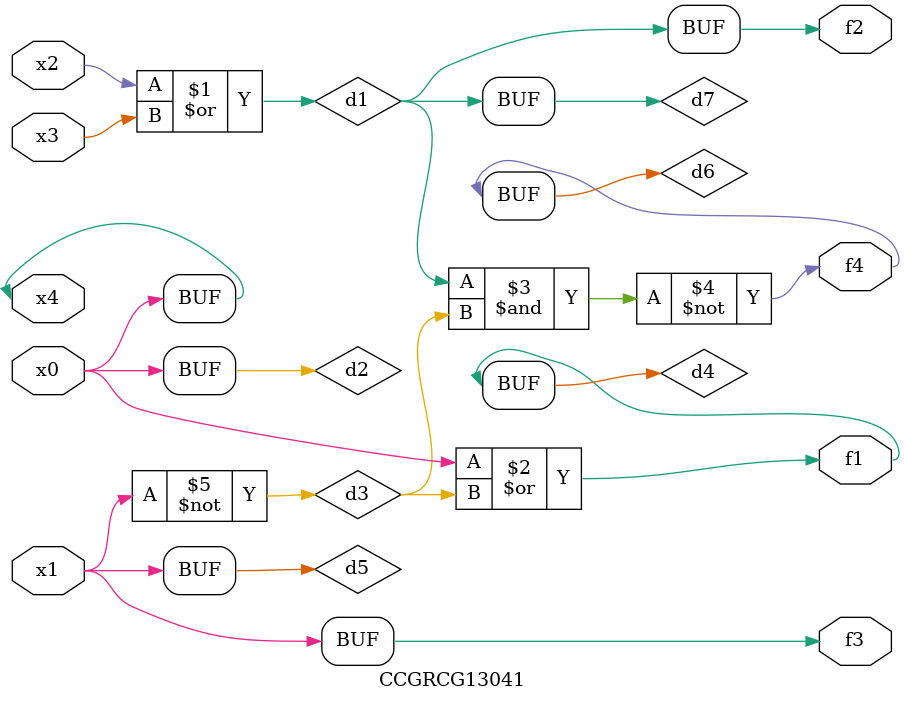
<source format=v>
module CCGRCG13041(
	input x0, x1, x2, x3, x4,
	output f1, f2, f3, f4
);

	wire d1, d2, d3, d4, d5, d6, d7;

	or (d1, x2, x3);
	buf (d2, x0, x4);
	not (d3, x1);
	or (d4, d2, d3);
	not (d5, d3);
	nand (d6, d1, d3);
	or (d7, d1);
	assign f1 = d4;
	assign f2 = d7;
	assign f3 = d5;
	assign f4 = d6;
endmodule

</source>
